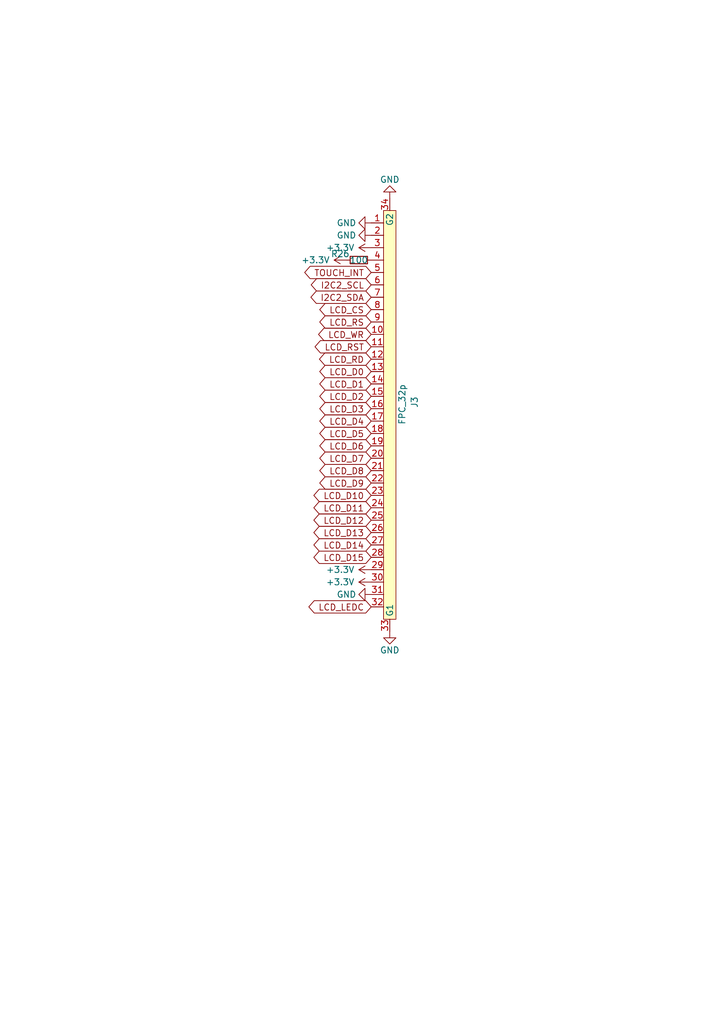
<source format=kicad_sch>
(kicad_sch (version 20211123) (generator eeschema)
  (paper "A5" portrait)
  (lib_symbols
    (symbol "Device:R_Small" (pin_numbers hide) (pin_names (offset 0.254) hide)
      (property "Reference" "R" (at 0.762 0.508 0))
      (property "Value" "R_Small" (at 0.762 -1.016 0))
      (symbol "R_Small_0_1"
        (rectangle (start -0.762 1.778) (end 0.762 -1.778) (stroke (width 0.2032)))
      )
      (symbol "R_Small_1_1"
        (pin passive line (at 0 2.54 270) (length 0.762) (name "~") (number "1"))
        (pin passive line (at 0 -2.54 90) (length 0.762) (name "~") (number "2"))
      )
    )
    (symbol "FPC_Connector:FPC_32p"
      (property "Reference" "J" (at -6.35 1.27 0))
      (property "Value" "FPC_32p" (at -6.35 -1.27 0))
      (symbol "FPC_32p_0_1"
        (rectangle (start -1.27 39.37) (end 1.27 -44.45) (fill (type background)))
      )
      (symbol "FPC_32p_1_1"
        (pin input line (at 3.81 36.83 180) (length 2.54) (name "") (number "1"))
        (pin input line (at 3.81 13.97 180) (length 2.54) (name "") (number "10"))
        (pin input line (at 3.81 11.43 180) (length 2.54) (name "") (number "11"))
        (pin input line (at 3.81 8.89 180) (length 2.54) (name "") (number "12"))
        (pin input line (at 3.81 6.35 180) (length 2.54) (name "") (number "13"))
        (pin input line (at 3.81 3.81 180) (length 2.54) (name "") (number "14"))
        (pin input line (at 3.81 1.27 180) (length 2.54) (name "") (number "15"))
        (pin input line (at 3.81 -1.27 180) (length 2.54) (name "") (number "16"))
        (pin input line (at 3.81 -3.81 180) (length 2.54) (name "") (number "17"))
        (pin input line (at 3.81 -6.35 180) (length 2.54) (name "") (number "18"))
        (pin input line (at 3.81 -8.89 180) (length 2.54) (name "") (number "19"))
        (pin input line (at 3.81 34.29 180) (length 2.54) (name "") (number "2"))
        (pin input line (at 3.81 -11.43 180) (length 2.54) (name "") (number "20"))
        (pin input line (at 3.81 -13.97 180) (length 2.54) (name "") (number "21"))
        (pin input line (at 3.81 -16.51 180) (length 2.54) (name "") (number "22"))
        (pin input line (at 3.81 -19.05 180) (length 2.54) (name "") (number "23"))
        (pin input line (at 3.81 -21.59 180) (length 2.54) (name "") (number "24"))
        (pin input line (at 3.81 -24.13 180) (length 2.54) (name "") (number "25"))
        (pin input line (at 3.81 -26.67 180) (length 2.54) (name "") (number "26"))
        (pin input line (at 3.81 -29.21 180) (length 2.54) (name "") (number "27"))
        (pin input line (at 3.81 -31.75 180) (length 2.54) (name "") (number "28"))
        (pin input line (at 3.81 -34.29 180) (length 2.54) (name "") (number "29"))
        (pin input line (at 3.81 31.75 180) (length 2.54) (name "") (number "3"))
        (pin input line (at 3.81 -36.83 180) (length 2.54) (name "") (number "30"))
        (pin input line (at 3.81 -39.37 180) (length 2.54) (name "") (number "31"))
        (pin input line (at 3.81 -41.91 180) (length 2.54) (name "") (number "32"))
        (pin input line (at 0 -46.99 90) (length 2.54) (name "G1") (number "33"))
        (pin input line (at 0 41.91 270) (length 2.54) (name "G2") (number "34"))
        (pin input line (at 3.81 29.21 180) (length 2.54) (name "") (number "4"))
        (pin input line (at 3.81 26.67 180) (length 2.54) (name "") (number "5"))
        (pin input line (at 3.81 24.13 180) (length 2.54) (name "") (number "6"))
        (pin input line (at 3.81 21.59 180) (length 2.54) (name "") (number "7"))
        (pin input line (at 3.81 19.05 180) (length 2.54) (name "") (number "8"))
        (pin input line (at 3.81 16.51 180) (length 2.54) (name "") (number "9"))
      )
    )
    (symbol "power:+3.3V" (power) (pin_names (offset 0))
      (property "Value" "+3.3V" (at 0 3.556 0))
      (symbol "+3.3V_0_1"
        (polyline (pts (xy -0.762 1.27) (xy 0 2.54)))
        (polyline (pts (xy 0 0) (xy 0 2.54)))
        (polyline (pts (xy 0 2.54) (xy 0.762 1.27)))
      )
      (symbol "+3.3V_1_1"
        (pin power_in line (at 0 0 90) (length 0) hide (name "+3.3V") (number "1"))
      )
    )
    (symbol "power:GND" (power) (pin_names (offset 0))
      (property "Value" "GND" (at 0 -3.81 0))
      (symbol "GND_0_1"
        (polyline (pts (xy 0 0) (xy 0 -1.27) (xy 1.27 -1.27) (xy 0 -2.54) (xy -1.27 -1.27) (xy 0 -1.27)))
      )
      (symbol "GND_1_1"
        (pin power_in line (at 0 0 270) (length 0) hide (name "GND") (number "1"))
      )
    )
  )
  (global_label "LCD_RST" (shape bidirectional) (at 76.2 71.12 180) (property "Intersheet References" "${INTERSHEET_REFS}" (effects hide)))
  (global_label "I2C2_SCL" (shape bidirectional) (at 76.2 58.42 180) (property "Intersheet References" "${INTERSHEET_REFS}" (effects hide)))
  (global_label "LCD_RS" (shape bidirectional) (at 76.2 66.04 180) (property "Intersheet References" "${INTERSHEET_REFS}" (effects hide)))
  (global_label "LCD_D12" (shape bidirectional) (at 76.2 106.68 180) (property "Intersheet References" "${INTERSHEET_REFS}" (effects hide)))
  (global_label "LCD_D1" (shape bidirectional) (at 76.2 78.74 180) (property "Intersheet References" "${INTERSHEET_REFS}" (effects hide)))
  (global_label "LCD_D9" (shape bidirectional) (at 76.2 99.06 180) (property "Intersheet References" "${INTERSHEET_REFS}" (effects hide)))
  (global_label "LCD_D3" (shape bidirectional) (at 76.2 83.82 180) (property "Intersheet References" "${INTERSHEET_REFS}" (effects hide)))
  (global_label "LCD_D10" (shape bidirectional) (at 76.2 101.6 180) (property "Intersheet References" "${INTERSHEET_REFS}" (effects hide)))
  (global_label "LCD_D13" (shape bidirectional) (at 76.2 109.22 180) (property "Intersheet References" "${INTERSHEET_REFS}" (effects hide)))
  (global_label "I2C2_SDA" (shape bidirectional) (at 76.2 60.96 180) (property "Intersheet References" "${INTERSHEET_REFS}" (effects hide)))
  (global_label "LCD_WR" (shape bidirectional) (at 76.2 68.58 180) (property "Intersheet References" "${INTERSHEET_REFS}" (effects hide)))
  (global_label "LCD_D15" (shape bidirectional) (at 76.2 114.3 180) (property "Intersheet References" "${INTERSHEET_REFS}" (effects hide)))
  (global_label "LCD_D5" (shape bidirectional) (at 76.2 88.9 180) (property "Intersheet References" "${INTERSHEET_REFS}" (effects hide)))
  (global_label "LCD_D4" (shape bidirectional) (at 76.2 86.36 180) (property "Intersheet References" "${INTERSHEET_REFS}" (effects hide)))
  (global_label "LCD_D7" (shape bidirectional) (at 76.2 93.98 180) (property "Intersheet References" "${INTERSHEET_REFS}" (effects hide)))
  (global_label "LCD_D6" (shape bidirectional) (at 76.2 91.44 180) (property "Intersheet References" "${INTERSHEET_REFS}" (effects hide)))
  (global_label "LCD_D2" (shape bidirectional) (at 76.2 81.28 180) (property "Intersheet References" "${INTERSHEET_REFS}" (effects hide)))
  (global_label "LCD_RD" (shape bidirectional) (at 76.2 73.66 180) (property "Intersheet References" "${INTERSHEET_REFS}" (effects hide)))
  (global_label "LCD_D14" (shape bidirectional) (at 76.2 111.76 180) (property "Intersheet References" "${INTERSHEET_REFS}" (effects hide)))
  (global_label "LCD_D11" (shape bidirectional) (at 76.2 104.14 180) (property "Intersheet References" "${INTERSHEET_REFS}" (effects hide)))
  (global_label "LCD_LEDC" (shape bidirectional) (at 76.2 124.46 180) (property "Intersheet References" "${INTERSHEET_REFS}" (effects hide)))
  (global_label "LCD_D0" (shape bidirectional) (at 76.2 76.2 180) (property "Intersheet References" "${INTERSHEET_REFS}" (effects hide)))
  (global_label "LCD_CS" (shape bidirectional) (at 76.2 63.5 180) (property "Intersheet References" "${INTERSHEET_REFS}" (effects hide)))
  (global_label "TOUCH_INT" (shape bidirectional) (at 76.2 55.88 180) (property "Intersheet References" "${INTERSHEET_REFS}" (effects hide)))
  (global_label "LCD_D8" (shape bidirectional) (at 76.2 96.52 180) (property "Intersheet References" "${INTERSHEET_REFS}" (effects hide)))
  (symbol (lib_id "power:GND") (at 76.2 45.72 270) (mirror x) (unit 1)
    (property "Reference" "#PWR045" (effects hide))
    (property "Value" "GND" (at 71.12 45.72 90))
  )
  (symbol (lib_id "power:+3.3V") (at 76.2 119.38 90) (mirror x) (unit 1)
    (property "Reference" "#PWR049" (effects hide))
    (property "Value" "+3.3V" (at 69.85 119.38 90))
  )
  (symbol (lib_id "Device:R_Small") (at 73.66 53.34 270) (unit 1)
    (property "Reference" "R26" (at 69.85 52.07 90))
    (property "Value" "100" (at 73.66 53.34 90))
    (property "Footprint" "Resistor_SMD:R_0603_1608Metric" (effects hide))
  )
  (symbol (lib_id "power:GND") (at 80.01 129.54 0) (mirror y) (unit 1)
    (property "Reference" "#PWR052" (effects hide))
    (property "Value" "GND" (at 80.01 133.35 0))
  )
  (symbol (lib_id "power:GND") (at 76.2 48.26 270) (mirror x) (unit 1)
    (property "Reference" "#PWR046" (effects hide))
    (property "Value" "GND" (at 71.12 48.26 90))
  )
  (symbol (lib_id "power:GND") (at 80.01 40.64 0) (mirror x) (unit 1)
    (property "Reference" "#PWR051" (effects hide))
    (property "Value" "GND" (at 80.01 36.83 0))
  )
  (symbol (lib_id "power:+3.3V") (at 76.2 116.84 90) (mirror x) (unit 1)
    (property "Reference" "#PWR048" (effects hide))
    (property "Value" "+3.3V" (at 69.85 116.84 90))
  )
  (symbol (lib_id "power:GND") (at 76.2 121.92 270) (mirror x) (unit 1)
    (property "Reference" "#PWR050" (effects hide))
    (property "Value" "GND" (at 71.12 121.92 90))
  )
  (symbol (lib_id "power:+3.3V") (at 76.2 50.8 90) (mirror x) (unit 1)
    (property "Reference" "#PWR047" (effects hide))
    (property "Value" "+3.3V" (at 69.85 50.8 90))
  )
  (symbol (lib_id "FPC_Connector:FPC_32p") (at 80.01 82.55 0) (mirror y) (unit 1)
    (property "Reference" "J3" (at 85.09 81.28 90) (effects (justify right)))
    (property "Value" "FPC_32p" (at 82.55 78.74 90) (effects (justify right)))
    (property "Footprint" "FPC_Connector:FPC_32p_Vertical" (effects hide))
  )
  (symbol (lib_id "power:+3.3V") (at 71.12 53.34 90) (mirror x) (unit 1)
    (property "Reference" "#PWR044" (effects hide))
    (property "Value" "+3.3V" (at 64.77 53.34 90))
  )
)
</source>
